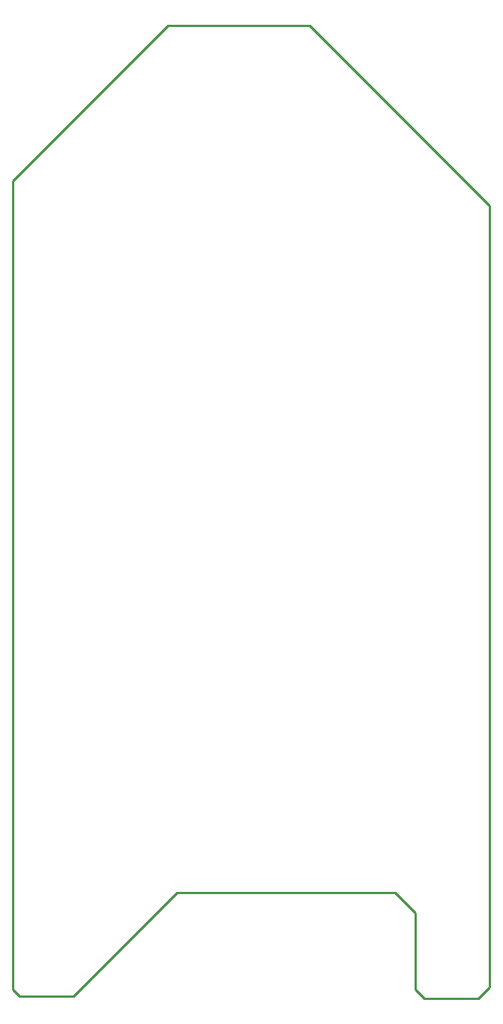
<source format=gko>
G04 Layer_Color=16711935*
%FSLAX25Y25*%
%MOIN*%
G70*
G01*
G75*
%ADD10C,0.01000*%
D10*
X339000Y527000D02*
Y647000D01*
X408000Y716000D01*
X471000D01*
X551000Y636000D01*
Y289000D02*
Y636000D01*
X518000Y288000D02*
Y322000D01*
X509000Y331000D02*
X518000Y322000D01*
X412000Y331000D02*
X509000D01*
X370000Y289000D02*
X412000Y331000D01*
X339000Y288000D02*
Y527000D01*
X366000Y285000D02*
X370000Y289000D01*
X343000Y285000D02*
X366000D01*
X342000D02*
X343000D01*
X339000Y288000D02*
X342000Y285000D01*
X518000Y288000D02*
X518000D01*
X522000Y284000D01*
X546000D01*
X551000Y289000D01*
M02*

</source>
